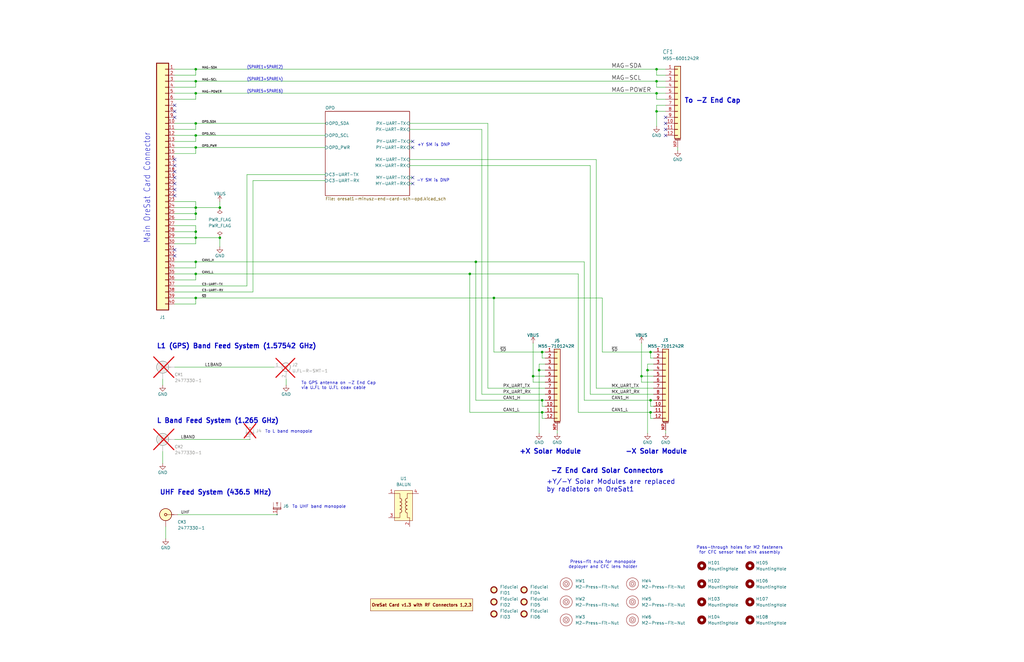
<source format=kicad_sch>
(kicad_sch (version 20250114) (generator "eeschema") (generator_version "9.0")
  (paper "B")
  (title_block (title "OreSat1 -Z End Card") (date "2026-02-18") (rev "v1.3") (company "Portland State Aerospace Society"))
  (lib_symbols
    (symbol "Connector:Conn_Coaxial" (pin_names (offset 1.016) (hide yes))
      (property "Reference" "J" (at 0.254 3.048 0))
      (property "Value" "Conn_Coaxial" (at 2.921 0 90))
      (symbol "Conn_Coaxial_0_1"
        (polyline (pts (xy -2.54 0) (xy -0.508 0)))
        (arc (start 1.778 0) (mid 0.222 -1.8079) (end -1.778 -0.508) (stroke (width 0.254)))
        (arc (start -1.778 0.508) (mid 0.2221 1.8084) (end 1.778 0) (stroke (width 0.254)))
        (circle (center 0 0) (radius 0.508) (stroke (width 0.2032)))
        (polyline (pts (xy 0 -2.54) (xy 0 -1.778)))
      )
      (symbol "Conn_Coaxial_1_1"
        (pin passive line (at -5.08 0 0) (length 2.54) (name "In") (number "1"))
        (pin passive line (at 0 -5.08 90) (length 2.54) (name "Ext") (number "2"))
      )
    )
    (symbol "Connector_Generic_MountingPin:Conn_01x12_MountingPin" (pin_names (offset 1.016) (hide yes))
      (property "Reference" "J" (at 0 15.24 0))
      (property "Value" "Conn_01x12_MountingPin" (at 1.27 -17.78 0))
      (symbol "Conn_01x12_MountingPin_1_1"
        (rectangle (start -1.27 13.97) (end 1.27 -16.51) (stroke (width 0.254)) (fill (type background)))
        (rectangle (start -1.27 12.827) (end 0 12.573) (stroke (width 0.1524)))
        (rectangle (start -1.27 10.287) (end 0 10.033) (stroke (width 0.1524)))
        (rectangle (start -1.27 7.747) (end 0 7.493) (stroke (width 0.1524)))
        (rectangle (start -1.27 5.207) (end 0 4.953) (stroke (width 0.1524)))
        (rectangle (start -1.27 2.667) (end 0 2.413) (stroke (width 0.1524)))
        (rectangle (start -1.27 0.127) (end 0 -0.127) (stroke (width 0.1524)))
        (rectangle (start -1.27 -2.413) (end 0 -2.667) (stroke (width 0.1524)))
        (rectangle (start -1.27 -4.953) (end 0 -5.207) (stroke (width 0.1524)))
        (rectangle (start -1.27 -7.493) (end 0 -7.747) (stroke (width 0.1524)))
        (rectangle (start -1.27 -10.033) (end 0 -10.287) (stroke (width 0.1524)))
        (rectangle (start -1.27 -12.573) (end 0 -12.827) (stroke (width 0.1524)))
        (rectangle (start -1.27 -15.113) (end 0 -15.367) (stroke (width 0.1524)))
        (polyline (pts (xy -1.016 -17.272) (xy 1.016 -17.272)) (stroke (width 0.1524)))
        (text "Mounting" (at 0 -16.891 0) (effects (font (size 0.381 0.381))))
        (pin passive line (at -5.08 12.7 0) (length 3.81) (name "Pin_1") (number "1"))
        (pin passive line (at -5.08 10.16 0) (length 3.81) (name "Pin_2") (number "2"))
        (pin passive line (at -5.08 7.62 0) (length 3.81) (name "Pin_3") (number "3"))
        (pin passive line (at -5.08 5.08 0) (length 3.81) (name "Pin_4") (number "4"))
        (pin passive line (at -5.08 2.54 0) (length 3.81) (name "Pin_5") (number "5"))
        (pin passive line (at -5.08 0 0) (length 3.81) (name "Pin_6") (number "6"))
        (pin passive line (at -5.08 -2.54 0) (length 3.81) (name "Pin_7") (number "7"))
        (pin passive line (at -5.08 -5.08 0) (length 3.81) (name "Pin_8") (number "8"))
        (pin passive line (at -5.08 -7.62 0) (length 3.81) (name "Pin_9") (number "9"))
        (pin passive line (at -5.08 -10.16 0) (length 3.81) (name "Pin_10") (number "10"))
        (pin passive line (at -5.08 -12.7 0) (length 3.81) (name "Pin_11") (number "11"))
        (pin passive line (at -5.08 -15.24 0) (length 3.81) (name "Pin_12") (number "12"))
        (pin passive line (at 0 -20.32 90) (length 3.048) (name "MountPin") (number "MP"))
      )
    )
    (symbol "Mechanical:Fiducial"
      (property "Reference" "FID" (at 0 5.08 0))
      (property "Value" "Fiducial" (at 0 3.175 0))
      (symbol "Fiducial_0_1"
        (circle (center 0 0) (radius 1.27) (stroke (width 0.508)) (fill (type background)))
      )
    )
    (symbol "Mechanical:MountingHole" (pin_names (offset 1.016)) (exclude_from_sim yes) (in_bom no)
      (property "Reference" "H" (at 0 5.08 0))
      (property "Value" "MountingHole" (at 0 3.175 0))
      (symbol "MountingHole_0_1"
        (circle (center 0 0) (radius 1.27) (stroke (width 1.27)))
      )
    )
    (symbol "oresat-connectors:J-MOLEX-SMPM-73300-002X"
      (property "Reference" "J" (at 5.08 -3.81 0))
      (property "Value" "733000020" (at 5.08 -6.35 0))
      (symbol "J-MOLEX-SMPM-73300-002X_1_0"
        (circle (center 0 0) (radius 0.508) (stroke (width 0.254)))
        (circle (center 0 0) (radius 2.54) (stroke (width 0.254)) (fill (type background)))
        (polyline (pts (xy 0.508 0) (xy 3.556 0)) (stroke (width 0.1524)))
        (pin passive line (at 0 -5.08 90) (length 2.54) (name "SHLD") (number "SHLD"))
        (pin passive line (at 5.08 0 180) (length 2.54) (name "SIG") (number "SIG"))
      )
    )
    (symbol "oresat-connectors:J-SAMTEC-TFM-120-01-L-D-RA" (pin_names (hide yes))
      (property "Reference" "J" (at 0 54.61 0))
      (property "Value" "J-SAMTEC-TFM-120-01-L-D-RA" (at 0 52.07 0))
      (symbol "J-SAMTEC-TFM-120-01-L-D-RA_0_1"
        (rectangle (start 2.413 48.387) (end 1.143 48.133) (stroke (width 0.1524)))
        (rectangle (start 2.413 45.847) (end 1.143 45.593) (stroke (width 0.1524)))
        (rectangle (start 2.413 43.307) (end 1.143 43.053) (stroke (width 0.1524)))
        (rectangle (start 2.413 40.767) (end 1.143 40.513) (stroke (width 0.1524)))
        (rectangle (start 2.413 38.227) (end 1.143 37.973) (stroke (width 0.1524)))
        (rectangle (start 2.413 35.687) (end 1.143 35.433) (stroke (width 0.1524)))
        (rectangle (start 2.413 33.147) (end 1.143 32.893) (stroke (width 0.1524)))
        (rectangle (start 2.413 30.607) (end 1.143 30.353) (stroke (width 0.1524)))
        (rectangle (start 2.413 28.067) (end 1.143 27.813) (stroke (width 0.1524)))
        (rectangle (start 2.413 25.527) (end 1.143 25.273) (stroke (width 0.1524)))
        (rectangle (start 2.413 22.987) (end 1.143 22.733) (stroke (width 0.1524)))
        (rectangle (start 2.413 20.447) (end 1.143 20.193) (stroke (width 0.1524)))
        (rectangle (start 2.413 17.907) (end 1.143 17.653) (stroke (width 0.1524)))
        (rectangle (start 2.413 15.367) (end 1.143 15.113) (stroke (width 0.1524)))
        (rectangle (start 2.413 12.827) (end 1.143 12.573) (stroke (width 0.1524)))
        (rectangle (start 2.413 10.287) (end 1.143 10.033) (stroke (width 0.1524)))
        (rectangle (start 2.413 7.747) (end 1.143 7.493) (stroke (width 0.1524)))
        (rectangle (start 2.413 5.207) (end 1.143 4.953) (stroke (width 0.1524)))
        (rectangle (start 2.413 2.667) (end 1.143 2.413) (stroke (width 0.1524)))
        (rectangle (start 2.413 0.127) (end 1.143 -0.127) (stroke (width 0.1524)))
        (rectangle (start 2.413 -2.413) (end 1.143 -2.667) (stroke (width 0.1524)))
        (rectangle (start 2.413 -4.953) (end 1.143 -5.207) (stroke (width 0.1524)))
        (rectangle (start 2.413 -7.493) (end 1.143 -7.747) (stroke (width 0.1524)))
        (rectangle (start 2.413 -10.033) (end 1.143 -10.287) (stroke (width 0.1524)))
        (rectangle (start 2.413 -12.573) (end 1.143 -12.827) (stroke (width 0.1524)))
        (rectangle (start 2.413 -15.113) (end 1.143 -15.367) (stroke (width 0.1524)))
        (rectangle (start 2.413 -17.653) (end 1.143 -17.907) (stroke (width 0.1524)))
        (rectangle (start 2.413 -20.193) (end 1.143 -20.447) (stroke (width 0.1524)))
        (rectangle (start 2.413 -22.733) (end 1.143 -22.987) (stroke (width 0.1524)))
        (rectangle (start 2.413 -25.273) (end 1.143 -25.527) (stroke (width 0.1524)))
        (rectangle (start 2.413 -27.813) (end 1.143 -28.067) (stroke (width 0.1524)))
        (rectangle (start 2.413 -30.353) (end 1.143 -30.607) (stroke (width 0.1524)))
        (rectangle (start 2.413 -32.893) (end 1.143 -33.147) (stroke (width 0.1524)))
        (rectangle (start 2.413 -35.433) (end 1.143 -35.687) (stroke (width 0.1524)))
        (rectangle (start 2.413 -37.973) (end 1.143 -38.227) (stroke (width 0.1524)))
        (rectangle (start 2.413 -40.513) (end 1.143 -40.767) (stroke (width 0.1524)))
        (rectangle (start 2.413 -43.053) (end 1.143 -43.307) (stroke (width 0.1524)))
        (rectangle (start 2.413 -45.593) (end 1.143 -45.847) (stroke (width 0.1524)))
        (rectangle (start 2.413 -48.133) (end 1.143 -48.387) (stroke (width 0.1524)))
        (rectangle (start 2.413 -50.673) (end 1.143 -50.927) (stroke (width 0.1524)))
      )
      (symbol "J-SAMTEC-TFM-120-01-L-D-RA_1_1"
        (rectangle (start -2.54 50.8) (end 2.54 -53.34) (stroke (width 0.4)) (fill (type background)))
        (pin passive line (at 5.08 48.26 180) (length 2.54) (name "") (number "1"))
        (pin passive line (at 5.08 45.72 180) (length 2.54) (name "") (number "2"))
        (pin passive line (at 5.08 43.18 180) (length 2.54) (name "") (number "3"))
        (pin passive line (at 5.08 40.64 180) (length 2.54) (name "") (number "4"))
        (pin passive line (at 5.08 38.1 180) (length 2.54) (name "") (number "5"))
        (pin passive line (at 5.08 35.56 180) (length 2.54) (name "") (number "6"))
        (pin passive line (at 5.08 33.02 180) (length 2.54) (name "") (number "7"))
        (pin passive line (at 5.08 30.48 180) (length 2.54) (name "") (number "8"))
        (pin passive line (at 5.08 27.94 180) (length 2.54) (name "") (number "9"))
        (pin passive line (at 5.08 25.4 180) (length 2.54) (name "") (number "10"))
        (pin passive line (at 5.08 22.86 180) (length 2.54) (name "") (number "11"))
        (pin passive line (at 5.08 20.32 180) (length 2.54) (name "") (number "12"))
        (pin passive line (at 5.08 17.78 180) (length 2.54) (name "") (number "13"))
        (pin passive line (at 5.08 15.24 180) (length 2.54) (name "") (number "14"))
        (pin passive line (at 5.08 12.7 180) (length 2.54) (name "") (number "15"))
        (pin passive line (at 5.08 10.16 180) (length 2.54) (name "") (number "16"))
        (pin passive line (at 5.08 7.62 180) (length 2.54) (name "") (number "17"))
        (pin passive line (at 5.08 5.08 180) (length 2.54) (name "") (number "18"))
        (pin passive line (at 5.08 2.54 180) (length 2.54) (name "") (number "19"))
        (pin passive line (at 5.08 0 180) (length 2.54) (name "") (number "20"))
        (pin passive line (at 5.08 -2.54 180) (length 2.54) (name "") (number "21"))
        (pin passive line (at 5.08 -5.08 180) (length 2.54) (name "") (number "22"))
        (pin passive line (at 5.08 -7.62 180) (length 2.54) (name "") (number "23"))
        (pin passive line (at 5.08 -10.16 180) (length 2.54) (name "") (number "24"))
        (pin passive line (at 5.08 -12.7 180) (length 2.54) (name "") (number "25"))
        (pin passive line (at 5.08 -15.24 180) (length 2.54) (name "") (number "26"))
        (pin passive line (at 5.08 -17.78 180) (length 2.54) (name "") (number "27"))
        (pin passive line (at 5.08 -20.32 180) (length 2.54) (name "") (number "28"))
        (pin passive line (at 5.08 -22.86 180) (length 2.54) (name "") (number "29"))
        (pin passive line (at 5.08 -25.4 180) (length 2.54) (name "") (number "30"))
        (pin passive line (at 5.08 -27.94 180) (length 2.54) (name "") (number "31"))
        (pin passive line (at 5.08 -30.48 180) (length 2.54) (name "") (number "32"))
        (pin passive line (at 5.08 -33.02 180) (length 2.54) (name "") (number "33"))
        (pin passive line (at 5.08 -35.56 180) (length 2.54) (name "") (number "34"))
        (pin passive line (at 5.08 -38.1 180) (length 2.54) (name "") (number "35"))
        (pin passive line (at 5.08 -40.64 180) (length 2.54) (name "") (number "36"))
        (pin passive line (at 5.08 -43.18 180) (length 2.54) (name "") (number "37"))
        (pin passive line (at 5.08 -45.72 180) (length 2.54) (name "") (number "38"))
        (pin passive line (at 5.08 -48.26 180) (length 2.54) (name "") (number "39"))
        (pin passive line (at 5.08 -50.8 180) (length 2.54) (name "") (number "40"))
      )
    )
    (symbol "oresat-misc:M2-Press-Fit-Nut" (pin_numbers (hide yes)) (pin_names (offset 0) (hide yes))
      (property "Reference" "HW" (at 4.445 1.27 0))
      (property "Value" "M2-Press-Fit-Nut" (at 12.065 -1.27 0))
      (symbol "M2-Press-Fit-Nut_0_1"
        (circle (center 0 0) (radius 0.635))
        (circle (center 0 0) (radius 1.27))
        (circle (center 0 0) (radius 2.54))
      )
    )
    (symbol "oresat-misc:tape-measure-antenna"
      (property "Reference" "J" (at 1.27 0 0))
      (symbol "tape-measure-antenna_0_1"
        (polyline (pts (xy -1.524 4.826) (xy -1.524 5.08)))
        (polyline (pts (xy -1.524 4.318) (xy -1.524 4.572)))
        (polyline (pts (xy -1.524 3.81) (xy -1.524 4.064)))
        (polyline (pts (xy -1.524 2.54) (xy -1.524 3.556)))
        (polyline (pts (xy -1.524 2.159) (xy 1.524 2.159)))
        (arc (start -1.524 2.159) (mid -1.6814 2.54) (end -1.524 2.921))
        (polyline (pts (xy 0 3.556) (xy 0 4.445) (xy 0.381 5.08) (xy -0.381 5.08) (xy 0 4.445)))
        (arc (start 1.524 2.921) (mid 1.6812 2.54) (end 1.524 2.159))
        (polyline (pts (xy 1.524 4.826) (xy 1.524 5.08)))
        (polyline (pts (xy 1.524 4.318) (xy 1.524 4.572)))
        (polyline (pts (xy 1.524 3.81) (xy 1.524 4.064)))
        (polyline (pts (xy 1.524 2.921) (xy -1.524 2.921)))
        (polyline (pts (xy 1.524 2.54) (xy -1.524 2.54)))
        (polyline (pts (xy 1.524 2.54) (xy 1.524 3.556)))
      )
      (symbol "tape-measure-antenna_1_1"
        (pin passive line (at 0 0 90) (length 2.54) (name "") (number "1"))
      )
    )
    (symbol "oresat-passives:Balun"
      (property "Reference" "U" (at 0 10.16 0))
      (property "Value" "BALUN" (at 0 8.128 0))
      (symbol "Balun_1_1"
        (polyline (pts (xy -3.81 -5.08) (xy -1.524 -5.08) (xy -1.524 -3.048)) (stroke (width 0.1524)))
        (arc (start -1.524 3.048) (mid -0.7653 2.286) (end -1.524 1.524) (stroke (width 0.2032)))
        (arc (start -1.524 1.524) (mid -0.7653 0.762) (end -1.524 0) (stroke (width 0.2032)))
        (arc (start -1.524 0) (mid -0.7653 -0.762) (end -1.524 -1.524) (stroke (width 0.2032)))
        (arc (start -1.524 -1.524) (mid -0.7653 -2.286) (end -1.524 -3.048) (stroke (width 0.2032)))
        (polyline (pts (xy -1.524 3.048) (xy -1.524 5.08) (xy -3.81 5.08)) (stroke (width 0.1524)))
        (polyline (pts (xy 1.524 -3.048) (xy 1.524 -5.08) (xy 2.54 -5.08) (xy 2.54 -6.35)) (stroke (width 0.1524)))
        (arc (start 1.524 1.524) (mid 0.7653 2.286) (end 1.524 3.048) (stroke (width 0.2032)))
        (arc (start 1.524 0) (mid 0.7653 0.762) (end 1.524 1.524) (stroke (width 0.2032)))
        (arc (start 1.524 -1.524) (mid 0.7653 -0.762) (end 1.524 0) (stroke (width 0.2032)))
        (arc (start 1.524 -3.048) (mid 0.7653 -2.286) (end 1.524 -1.524) (stroke (width 0.2032)))
        (rectangle (start 3.81 6.35) (end -3.81 -6.35) (fill (type background)))
        (polyline (pts (xy 3.81 5.08) (xy 1.524 5.08) (xy 1.524 3.048)) (stroke (width 0.1524)))
        (pin passive line (at -6.35 5.08 0) (length 2.54) (name "~") (number "1"))
        (pin passive line (at -6.35 -5.08 0) (length 2.54) (name "~") (number "3"))
        (pin no_connect line (at -2.54 -8.89 90) (length 2.54) (hide yes) (name "NC") (number "5"))
        (pin power_in line (at 2.54 -8.89 90) (length 2.54) (name "GND") (number "2"))
        (pin power_in line (at 2.54 -8.89 90) (length 2.54) (hide yes) (name "GND") (number "6"))
        (pin passive line (at 6.35 5.08 180) (length 2.54) (name "~") (number "4"))
      )
    )
    (symbol "oresat-pcbs:ORESAT-CARD-V1.3-3RF"
      (symbol "ORESAT-CARD-V1.3-3RF_1_0"
        (rectangle (start -21.59 2.54) (end 21.59 -2.54) (fill (type background)))
      )
      (symbol "ORESAT-CARD-V1.3-3RF_1_1"
        (text "OreSat Card v1.3 with RF Connectors 1,2,3" (at 0 0 0) (effects (font (size 1.27 1.27) (bold yes))))
      )
    )
    (symbol "power:GND" (power) (pin_numbers (hide yes)) (pin_names (offset 0) (hide yes))
      (property "Value" "GND" (at 0 -3.81 0))
      (symbol "GND_0_1"
        (polyline (pts (xy 0 0) (xy 0 -1.27) (xy 1.27 -1.27) (xy 0 -2.54) (xy -1.27 -1.27) (xy 0 -1.27)))
      )
      (symbol "GND_1_1"
        (pin power_in line (at 0 0 270) (length 0) (name "~") (number "1"))
      )
    )
    (symbol "power:PWR_FLAG" (power) (pin_numbers (hide yes)) (pin_names (offset 0) (hide yes))
      (property "Value" "PWR_FLAG" (at 0 3.81 0))
      (symbol "PWR_FLAG_0_0"
        (pin power_out line (at 0 0 90) (length 0) (name "~") (number "1"))
      )
      (symbol "PWR_FLAG_0_1"
        (polyline (pts (xy 0 0) (xy 0 1.27) (xy -1.016 1.905) (xy 0 2.54) (xy 1.016 1.905) (xy 0 1.27)))
      )
    )
    (symbol "power:VBUS" (power) (pin_numbers (hide yes)) (pin_names (offset 0) (hide yes))
      (property "Value" "VBUS" (at 0 3.556 0))
      (symbol "VBUS_0_1"
        (polyline (pts (xy -0.762 1.27) (xy 0 2.54)))
        (polyline (pts (xy 0 2.54) (xy 0.762 1.27)))
        (polyline (pts (xy 0 0) (xy 0 2.54)))
      )
      (symbol "VBUS_1_1"
        (pin power_in line (at 0 0 90) (length 0) (name "~") (number "1"))
      )
    )
  )
  (text "(SPARE5+SPARE6)" (at 104.14 39.37 0) (effects (font (size 1.27 1.0795)) (justify left bottom)))
  (text "(SPARE3+SPARE4)" (at 104.14 34.29 0) (effects (font (size 1.27 1.0795)) (justify left bottom)))
  (text "-Z End Card Solar Connectors" (at 232.156 199.898 0) (effects (font (size 2 2) (thickness 0.4) (bold yes)) (justify left bottom)))
  (text "Pass-through holes for M2 fasteners\nfor CFC sensor heat sink assembly" (at 311.912 232.156 0) (effects (font (size 1.27 1.27))))
  (text "+Y SM is DNP" (at 182.88 61.214 0) (effects (font (size 1.27 1.27) (thickness 0.1588))))
  (text "To L band monopole" (at 111.76 182.88 0) (effects (font (size 1.27 1.27)) (justify left bottom)))
  (text "+Y/-Y Solar Modules are replaced\nby radiators on OreSat1" (at 230.378 207.772 0) (effects (font (size 2 2) (thickness 0.25)) (justify left bottom)))
  (text "+X Solar Module" (at 218.948 191.77 0) (effects (font (size 2 2) (thickness 0.4) (bold yes)) (justify left bottom)))
  (text "Main OreSat Card Connector" (at 63.5 55.88 90) (effects (font (size 2.54 2.159)) (justify right bottom)))
  (text "Press-fit nuts for monopole\ndeployer and CFC lens holder" (at 254.254 238.252 0) (effects (font (size 1.27 1.27))))
  (text "To UHF band monopole" (at 123.19 214.63 0) (effects (font (size 1.27 1.27)) (justify left bottom)))
  (text "(SPARE1+SPARE2)" (at 104.14 29.21 0) (effects (font (size 1.27 1.0795)) (justify left bottom)))
  (text "UHF Feed System (436.5 MHz)" (at 67.31 209.042 0) (effects (font (size 2 2) (thickness 0.4) (bold yes)) (justify left bottom)))
  (text "L1 (GPS) Band Feed System (1.57542 GHz)" (at 66.04 147.32 0) (effects (font (size 2 2) (thickness 0.4) (bold yes)) (justify left bottom)))
  (text "To -Z End Cap" (at 288.544 43.688 0) (effects (font (size 2 2) (thickness 0.4) (bold yes)) (justify left bottom)))
  (text "To GPS antenna on -Z End Cap \nvia U.FL to U.FL coax cable" (at 127 164.465 0) (effects (font (size 1.27 1.27)) (justify left bottom)))
  (text "-Y SM is DNP" (at 182.626 76.2 0) (effects (font (size 1.27 1.27) (thickness 0.1588))))
  (text "L Band Feed System (1.265 GHz)" (at 66.04 178.816 0) (effects (font (size 2 2) (thickness 0.4) (bold yes)) (justify left bottom)))
  (text "-X Solar Module" (at 263.652 191.77 0) (effects (font (size 2 2) (thickness 0.4) (bold yes)) (justify left bottom)))
  (junction (at 82.55 90.17))
  (junction (at 276.86 39.37))
  (junction (at 82.55 52.07))
  (junction (at 227.33 156.21))
  (junction (at 82.55 100.33))
  (junction (at 224.79 158.75))
  (junction (at 276.86 46.99))
  (junction (at 82.55 87.63))
  (junction (at 82.55 29.21))
  (junction (at 82.55 115.57))
  (junction (at 274.32 173.99))
  (junction (at 82.55 125.73))
  (junction (at 82.55 57.15))
  (junction (at 228.6 168.91))
  (junction (at 276.86 34.29))
  (junction (at 82.55 62.23))
  (junction (at 228.6 173.99))
  (junction (at 228.6 148.59))
  (junction (at 274.32 168.91))
  (junction (at 92.71 87.63))
  (junction (at 82.55 110.49))
  (junction (at 198.12 115.57))
  (junction (at 273.05 156.21))
  (junction (at 270.51 158.75))
  (junction (at 82.55 34.29))
  (junction (at 208.28 125.73))
  (junction (at 92.71 100.33))
  (junction (at 200.66 110.49))
  (junction (at 82.55 39.37))
  (junction (at 82.55 97.79))
  (junction (at 276.86 29.21))
  (junction (at 274.32 148.59))
  (no_connect (at 173.99 74.93))
  (no_connect (at 73.66 80.01))
  (no_connect (at 73.66 74.93))
  (no_connect (at 73.66 82.55))
  (no_connect (at 280.67 57.15))
  (no_connect (at 73.66 77.47))
  (no_connect (at 173.99 59.69))
  (no_connect (at 73.66 107.95))
  (no_connect (at 73.66 69.85))
  (no_connect (at 280.67 52.07))
  (no_connect (at 73.66 72.39))
  (no_connect (at 280.67 49.53))
  (no_connect (at 73.66 67.31))
  (no_connect (at 73.66 46.99))
  (no_connect (at 73.66 105.41))
  (no_connect (at 280.67 54.61))
  (no_connect (at 173.99 62.23))
  (no_connect (at 73.66 49.53))
  (no_connect (at 173.99 77.47))
  (no_connect (at 73.66 44.45))
  (wire (pts (xy 248.92 69.85) (xy 172.72 69.85)))
  (wire (pts (xy 276.86 31.75) (xy 280.67 31.75)))
  (wire (pts (xy 73.66 102.87) (xy 82.55 102.87)))
  (wire (pts (xy 227.33 156.21) (xy 227.33 182.88)))
  (wire (pts (xy 198.12 173.99) (xy 198.12 115.57)))
  (wire (pts (xy 200.66 168.91) (xy 228.6 168.91)))
  (wire (pts (xy 73.66 113.03) (xy 82.55 113.03)))
  (wire (pts (xy 280.67 29.21) (xy 276.86 29.21)))
  (wire (pts (xy 275.59 173.99) (xy 274.32 173.99)))
  (wire (pts (xy 104.14 73.66) (xy 137.16 73.66)))
  (wire (pts (xy 172.72 77.47) (xy 173.99 77.47)))
  (wire (pts (xy 229.87 161.29) (xy 224.79 161.29)))
  (wire (pts (xy 73.66 154.94) (xy 115.57 154.94)))
  (wire (pts (xy 172.72 67.31) (xy 251.46 67.31)))
  (wire (pts (xy 280.67 34.29) (xy 276.86 34.29)))
  (wire (pts (xy 73.66 125.73) (xy 82.55 125.73)))
  (wire (pts (xy 82.55 102.87) (xy 82.55 100.33)))
  (wire (pts (xy 227.33 153.67) (xy 227.33 156.21)))
  (wire (pts (xy 82.55 128.27) (xy 82.55 125.73)))
  (wire (pts (xy 73.66 41.91) (xy 82.55 41.91)))
  (wire (pts (xy 273.05 153.67) (xy 273.05 156.21)))
  (wire (pts (xy 280.67 181.61) (xy 280.67 182.88)))
  (wire (pts (xy 243.84 173.99) (xy 243.84 115.57)))
  (wire (pts (xy 273.05 153.67) (xy 275.59 153.67)))
  (wire (pts (xy 172.72 62.23) (xy 173.99 62.23)))
  (wire (pts (xy 203.2 166.37) (xy 229.87 166.37)))
  (wire (pts (xy 172.72 74.93) (xy 173.99 74.93)))
  (wire (pts (xy 203.2 54.61) (xy 172.72 54.61)))
  (wire (pts (xy 82.55 97.79) (xy 82.55 95.25)))
  (wire (pts (xy 73.66 62.23) (xy 82.55 62.23)))
  (wire (pts (xy 274.32 168.91) (xy 274.32 171.45)))
  (wire (pts (xy 227.33 156.21) (xy 229.87 156.21)))
  (wire (pts (xy 106.68 123.19) (xy 106.68 76.2)))
  (wire (pts (xy 270.51 158.75) (xy 275.59 158.75)))
  (wire (pts (xy 276.86 44.45) (xy 276.86 46.99)))
  (wire (pts (xy 74.93 217.17) (xy 116.84 217.17)))
  (wire (pts (xy 228.6 148.59) (xy 229.87 148.59)))
  (wire (pts (xy 73.66 95.25) (xy 82.55 95.25)))
  (wire (pts (xy 68.58 190.5) (xy 68.58 195.58)))
  (wire (pts (xy 73.66 87.63) (xy 82.55 87.63)))
  (wire (pts (xy 92.71 100.33) (xy 92.71 104.14)))
  (wire (pts (xy 82.55 52.07) (xy 137.16 52.07)))
  (wire (pts (xy 275.59 151.13) (xy 274.32 151.13)))
  (wire (pts (xy 203.2 54.61) (xy 203.2 166.37)))
  (wire (pts (xy 205.74 52.07) (xy 172.72 52.07)))
  (wire (pts (xy 198.12 115.57) (xy 82.55 115.57)))
  (wire (pts (xy 276.86 41.91) (xy 280.67 41.91)))
  (wire (pts (xy 276.86 29.21) (xy 276.86 31.75)))
  (wire (pts (xy 69.85 222.25) (xy 69.85 227.33)))
  (wire (pts (xy 82.55 87.63) (xy 82.55 85.09)))
  (wire (pts (xy 274.32 148.59) (xy 254 148.59)))
  (wire (pts (xy 254 125.73) (xy 254 148.59)))
  (wire (pts (xy 73.66 115.57) (xy 82.55 115.57)))
  (wire (pts (xy 274.32 171.45) (xy 275.59 171.45)))
  (wire (pts (xy 106.68 76.2) (xy 137.16 76.2)))
  (wire (pts (xy 73.66 110.49) (xy 82.55 110.49)))
  (wire (pts (xy 82.55 62.23) (xy 82.55 64.77)))
  (wire (pts (xy 82.55 90.17) (xy 82.55 87.63)))
  (wire (pts (xy 228.6 168.91) (xy 229.87 168.91)))
  (wire (pts (xy 92.71 85.09) (xy 92.71 87.63)))
  (wire (pts (xy 270.51 161.29) (xy 270.51 158.75)))
  (wire (pts (xy 73.66 36.83) (xy 82.55 36.83)))
  (wire (pts (xy 274.32 176.53) (xy 275.59 176.53)))
  (wire (pts (xy 73.66 31.75) (xy 82.55 31.75)))
  (wire (pts (xy 275.59 168.91) (xy 274.32 168.91)))
  (wire (pts (xy 251.46 67.31) (xy 251.46 163.83)))
  (wire (pts (xy 82.55 62.23) (xy 137.16 62.23)))
  (wire (pts (xy 208.28 148.59) (xy 228.6 148.59)))
  (wire (pts (xy 82.55 36.83) (xy 82.55 34.29)))
  (wire (pts (xy 82.55 52.07) (xy 82.55 54.61)))
  (wire (pts (xy 82.55 97.79) (xy 82.55 100.33)))
  (wire (pts (xy 285.75 62.23) (xy 285.75 63.5)))
  (wire (pts (xy 104.14 120.65) (xy 104.14 73.66)))
  (wire (pts (xy 82.55 31.75) (xy 82.55 29.21)))
  (wire (pts (xy 73.66 59.69) (xy 82.55 59.69)))
  (wire (pts (xy 73.66 52.07) (xy 82.55 52.07)))
  (wire (pts (xy 274.32 148.59) (xy 275.59 148.59)))
  (wire (pts (xy 82.55 57.15) (xy 82.55 59.69)))
  (wire (pts (xy 82.55 125.73) (xy 208.28 125.73)))
  (wire (pts (xy 251.46 163.83) (xy 275.59 163.83)))
  (wire (pts (xy 82.55 54.61) (xy 73.66 54.61)))
  (wire (pts (xy 82.55 29.21) (xy 276.86 29.21)))
  (wire (pts (xy 198.12 173.99) (xy 228.6 173.99)))
  (wire (pts (xy 208.28 125.73) (xy 208.28 148.59)))
  (wire (pts (xy 73.66 100.33) (xy 82.55 100.33)))
  (wire (pts (xy 224.79 144.78) (xy 224.79 158.75)))
  (wire (pts (xy 73.66 85.09) (xy 82.55 85.09)))
  (wire (pts (xy 73.66 90.17) (xy 82.55 90.17)))
  (wire (pts (xy 82.55 41.91) (xy 82.55 39.37)))
  (wire (pts (xy 274.32 173.99) (xy 274.32 176.53)))
  (wire (pts (xy 248.92 69.85) (xy 248.92 166.37)))
  (wire (pts (xy 82.55 110.49) (xy 200.66 110.49)))
  (wire (pts (xy 200.66 110.49) (xy 246.38 110.49)))
  (wire (pts (xy 73.66 185.42) (xy 105.41 185.42)))
  (wire (pts (xy 82.55 92.71) (xy 82.55 90.17)))
  (wire (pts (xy 73.66 97.79) (xy 82.55 97.79)))
  (wire (pts (xy 234.95 181.61) (xy 234.95 182.88)))
  (wire (pts (xy 205.74 163.83) (xy 229.87 163.83)))
  (wire (pts (xy 68.58 160.02) (xy 68.58 162.56)))
  (wire (pts (xy 228.6 171.45) (xy 228.6 168.91)))
  (wire (pts (xy 73.66 64.77) (xy 82.55 64.77)))
  (wire (pts (xy 243.84 173.99) (xy 274.32 173.99)))
  (wire (pts (xy 246.38 168.91) (xy 246.38 110.49)))
  (wire (pts (xy 248.92 166.37) (xy 275.59 166.37)))
  (wire (pts (xy 82.55 57.15) (xy 137.16 57.15)))
  (wire (pts (xy 224.79 161.29) (xy 224.79 158.75)))
  (wire (pts (xy 228.6 173.99) (xy 229.87 173.99)))
  (wire (pts (xy 73.66 29.21) (xy 82.55 29.21)))
  (wire (pts (xy 280.67 44.45) (xy 276.86 44.45)))
  (wire (pts (xy 73.66 57.15) (xy 82.55 57.15)))
  (wire (pts (xy 205.74 52.07) (xy 205.74 163.83)))
  (wire (pts (xy 198.12 115.57) (xy 243.84 115.57)))
  (wire (pts (xy 73.66 128.27) (xy 82.55 128.27)))
  (wire (pts (xy 229.87 176.53) (xy 228.6 176.53)))
  (wire (pts (xy 229.87 171.45) (xy 228.6 171.45)))
  (wire (pts (xy 246.38 168.91) (xy 274.32 168.91)))
  (wire (pts (xy 200.66 168.91) (xy 200.66 110.49)))
  (wire (pts (xy 274.32 151.13) (xy 274.32 148.59)))
  (wire (pts (xy 82.55 87.63) (xy 92.71 87.63)))
  (wire (pts (xy 73.66 118.11) (xy 82.55 118.11)))
  (wire (pts (xy 275.59 161.29) (xy 270.51 161.29)))
  (wire (pts (xy 276.86 39.37) (xy 276.86 41.91)))
  (wire (pts (xy 73.66 34.29) (xy 82.55 34.29)))
  (wire (pts (xy 280.67 39.37) (xy 276.86 39.37)))
  (wire (pts (xy 73.66 123.19) (xy 106.68 123.19)))
  (wire (pts (xy 208.28 125.73) (xy 254 125.73)))
  (wire (pts (xy 224.79 158.75) (xy 229.87 158.75)))
  (wire (pts (xy 73.66 92.71) (xy 82.55 92.71)))
  (wire (pts (xy 82.55 118.11) (xy 82.55 115.57)))
  (wire (pts (xy 276.86 34.29) (xy 276.86 36.83)))
  (wire (pts (xy 270.51 144.78) (xy 270.51 158.75)))
  (wire (pts (xy 276.86 36.83) (xy 280.67 36.83)))
  (wire (pts (xy 229.87 153.67) (xy 227.33 153.67)))
  (wire (pts (xy 172.72 59.69) (xy 173.99 59.69)))
  (wire (pts (xy 73.66 39.37) (xy 82.55 39.37)))
  (wire (pts (xy 82.55 113.03) (xy 82.55 110.49)))
  (wire (pts (xy 229.87 151.13) (xy 228.6 151.13)))
  (wire (pts (xy 276.86 46.99) (xy 276.86 53.34)))
  (wire (pts (xy 73.66 120.65) (xy 104.14 120.65)))
  (wire (pts (xy 82.55 39.37) (xy 276.86 39.37)))
  (wire (pts (xy 120.65 160.02) (xy 120.65 162.56)))
  (wire (pts (xy 82.55 100.33) (xy 92.71 100.33)))
  (wire (pts (xy 276.86 46.99) (xy 280.67 46.99)))
  (wire (pts (xy 228.6 176.53) (xy 228.6 173.99)))
  (wire (pts (xy 82.55 34.29) (xy 276.86 34.29)))
  (wire (pts (xy 273.05 156.21) (xy 273.05 182.88)))
  (wire (pts (xy 228.6 151.13) (xy 228.6 148.59)))
  (wire (pts (xy 273.05 156.21) (xy 275.59 156.21)))
  (label "MAG-POWER" (at 85.09 39.37 0) (effects (font (size 0.889 0.889))))
  (label "CAN1_H" (at 85.09 110.49 0) (effects (font (size 0.889 0.889))))
  (label "~{SD}" (at 257.81 148.59 0) (effects (font (thickness 0.1588))))
  (label "MAG-SCL" (at 85.09 34.29 0) (effects (font (size 0.889 0.889))))
  (label "~{SD}" (at 85.09 125.73 0) (effects (font (size 0.889 0.889))))
  (label "MAG-POWER" (at 257.81 39.37 0) (effects (font (size 1.778 1.778))))
  (label "PX_UART_TX" (at 212.09 163.83 0) (effects (font (thickness 0.1588))))
  (label "OPD_SDA" (at 85.09 52.07 0) (effects (font (size 0.889 0.889))))
  (label "C3-UART-RX" (at 85.09 123.19 0) (effects (font (size 0.889 0.889))))
  (label "UHF" (at 76.2 217.17 0) (effects (font (size 1.2446 1.2446))))
  (label "CAN1_L" (at 257.81 173.99 0) (effects (font (thickness 0.1588))))
  (label "CAN1_L" (at 85.09 115.57 0) (effects (font (size 0.889 0.889))))
  (label "PX_UART_RX" (at 212.09 166.37 0) (effects (font (thickness 0.1588))))
  (label "OPD_SCL" (at 85.09 57.15 0) (effects (font (size 0.889 0.889))))
  (label "MAG-SDA" (at 85.09 29.21 0) (effects (font (size 0.889 0.889))))
  (label "C3-UART-TX" (at 85.09 120.65 0) (effects (font (size 0.889 0.889))))
  (label "CAN1_H" (at 257.81 168.91 0) (effects (font (thickness 0.1588))))
  (label "MX_UART_RX" (at 257.81 166.37 0) (effects (font (thickness 0.1588))))
  (label "~{SD}" (at 210.82 148.59 0) (effects (font (thickness 0.1588))))
  (label "OPD_PWR" (at 85.09 62.23 0) (effects (font (size 0.889 0.889))))
  (label "CAN1_H" (at 212.09 168.91 0) (effects (font (thickness 0.1588))))
  (label "MAG-SDA" (at 257.81 29.21 0) (effects (font (size 1.778 1.778))))
  (label "CAN1_L" (at 212.09 173.99 0) (effects (font (thickness 0.1588))))
  (label "L1BAND" (at 86.36 154.94 0) (effects (font (size 1.2446 1.2446))))
  (label "MAG-SCL" (at 257.81 34.29 0) (effects (font (size 1.778 1.778))))
  (label "LBAND" (at 76.2 185.42 0) (effects (font (size 1.2446 1.2446))))
  (label "MX_UART_TX" (at 257.81 163.83 0) (effects (font (thickness 0.1588))))
  (symbol (lib_id "power:GND") (at 234.95 182.88 0) (mirror y) (unit 1)
    (property "Reference" "#PWR4" (effects (hide yes)))
    (property "Value" "GND" (at 234.95 186.69 0))
    (property "Description" "Power symbol creates a global label with name \"GND\" , ground" (effects (hide yes)))
  )
  (symbol (lib_id "power:GND") (at 92.71 104.14 0) (mirror y) (unit 1)
    (property "Reference" "#PWR1" (effects (hide yes)))
    (property "Value" "GND" (at 92.71 107.95 0))
    (property "Description" "Power symbol creates a global label with name \"GND\" , ground" (effects (hide yes)))
  )
  (symbol (lib_id "power:VBUS") (at 224.79 144.78 0) (unit 1)
    (property "Reference" "#PWR0103" (effects (hide yes)))
    (property "Value" "VBUS" (at 224.79 141.478 0))
    (property "Description" "Power symbol creates a global label with name \"VBUS\"" (effects (hide yes)))
  )
  (symbol (lib_id "Connector_Generic_MountingPin:Conn_01x12_MountingPin") (at 234.95 161.29 0) (unit 1)
    (property "Reference" "J5" (at 233.68 144.526 0) (effects (justify left bottom)))
    (property "Value" "M55-7101242R" (at 226.822 146.812 0) (effects (justify left bottom)))
    (property "Footprint" "oresat-connectors:J-Harwin-M55-7101242R" (effects (hide yes)))
    (property "Datasheet" "https://content.harwin.com/m/2cac2cb517718988/original/PD010-Product-Datasheet-KONTROL-M55-range-BBi.pdf" (effects (hide yes)))
    (property "Description" "Connector Header Surface Mount, Right Angle 12 position 0.050\" (1.27mm)" (effects (hide yes)))
    (property "DIS" "DigiKey" (effects (hide yes)))
    (property "DPN" "952-3891-1-ND" (effects (hide yes)))
    (property "MFR" "Harwin" (effects (hide yes)))
    (property "MPN" "M55-7101242R" (effects (hide yes)))
  )
  (symbol (lib_id "oresat-pcbs:ORESAT-CARD-V1.3-3RF") (at 177.8 255.27 0) (unit 1) (in_bom no)
    (property "Reference" "PCB1" (effects (hide yes)))
    (property "Value" "ORESAT-CARD-V1.3-GENERIC-3RF" (effects (hide yes)))
    (property "Footprint" "oresat-pcbs:ORESAT-CARD-V1.3-3RF" (effects (hide yes)))
  )
  (symbol (lib_id "power:GND") (at 68.58 162.56 0) (unit 1)
    (property "Reference" "#PWR10" (effects (hide yes)))
    (property "Value" "GND" (at 68.58 166.37 0))
    (property "Description" "Power symbol creates a global label with name \"GND\" , ground" (effects (hide yes)))
  )
  (symbol (lib_id "power:GND") (at 227.33 182.88 0) (mirror y) (unit 1)
    (property "Reference" "#PWR102" (effects (hide yes)))
    (property "Value" "GND" (at 227.33 186.69 0))
    (property "Description" "Power symbol creates a global label with name \"GND\" , ground" (effects (hide yes)))
  )
  (symbol (lib_id "oresat-misc:M2-Press-Fit-Nut") (at 238.76 261.62 0) (unit 1)
    (property "Reference" "HW3" (at 242.57 260.3499 0) (effects (justify left)))
    (property "Value" "M2-Press-Fit-Nut" (at 242.57 262.8899 0) (effects (justify left)))
    (property "Footprint" "oresat-misc:M2-Press-Fit-Nut" (effects (hide yes)))
    (property "Datasheet" "https://www.mcmaster.com/94100A150/" (effects (hide yes)))
    (property "Description" "M2x0.4 thread 18-8 Stainless Steel Press-Fit Nut for Soft Metal and Plastic" (effects (hide yes)))
    (property "DIS" "McMaster-Carr" (effects (hide yes)))
    (property "DPN" "94100A150" (effects (hide yes)))
    (property "MFR" "N/A" (effects (hide yes)))
    (property "MPN" "N/A" (effects (hide yes)))
  )
  (symbol (lib_id "Mechanical:MountingHole") (at 316.23 254 0) (unit 1) (in_bom no)
    (property "Reference" "H107" (at 318.77 252.7299 0) (effects (justify left)))
    (property "Value" "MountingHole" (at 318.77 255.2699 0) (effects (justify left)))
    (property "Footprint" "MountingHole:MountingHole_5mm" (effects (hide yes)))
    (property "Description" "Mounting Hole without connection" (effects (hide yes)))
  )
  (symbol (lib_id "Mechanical:Fiducial") (at 208.28 259.08 0) (unit 1) (in_bom no)
    (property "Reference" "FID3" (at 210.82 260.35 0) (effects (justify left)))
    (property "Value" "Fiducial" (at 210.82 257.81 0) (effects (justify left)))
    (property "Footprint" "Fiducial:Fiducial_1mm_Mask2mm" (effects (hide yes)))
  )
  (symbol (lib_id "Mechanical:Fiducial") (at 208.28 248.92 0) (unit 1) (in_bom no)
    (property "Reference" "FID1" (at 210.82 250.19 0) (effects (justify left)))
    (property "Value" "Fiducial" (at 210.82 247.65 0) (effects (justify left)))
    (property "Footprint" "Fiducial:Fiducial_1mm_Mask2mm" (effects (hide yes)))
  )
  (symbol (lib_id "power:GND") (at 69.85 227.33 0) (unit 1)
    (property "Reference" "#PWR8" (effects (hide yes)))
    (property "Value" "GND" (at 69.85 231.14 0))
    (property "Description" "Power symbol creates a global label with name \"GND\" , ground" (effects (hide yes)))
  )
  (symbol (lib_id "Mechanical:Fiducial") (at 220.98 259.08 0) (unit 1) (in_bom no)
    (property "Reference" "FID6" (at 223.52 260.35 0) (effects (justify left)))
    (property "Value" "Fiducial" (at 223.52 257.81 0) (effects (justify left)))
    (property "Footprint" "Fiducial:Fiducial_1mm_Mask2mm" (effects (hide yes)))
  )
  (symbol (lib_id "power:VBUS") (at 270.51 144.78 0) (unit 1)
    (property "Reference" "#PWR0102" (effects (hide yes)))
    (property "Value" "VBUS" (at 270.51 141.478 0))
    (property "Description" "Power symbol creates a global label with name \"VBUS\"" (effects (hide yes)))
  )
  (symbol (lib_id "Mechanical:MountingHole") (at 316.23 261.62 0) (unit 1) (in_bom no)
    (property "Reference" "H108" (at 318.77 260.3499 0) (effects (justify left)))
    (property "Value" "MountingHole" (at 318.77 262.8899 0) (effects (justify left)))
    (property "Footprint" "MountingHole:MountingHole_5mm" (effects (hide yes)))
    (property "Description" "Mounting Hole without connection" (effects (hide yes)))
  )
  (symbol (lib_id "oresat-misc:M2-Press-Fit-Nut") (at 238.76 254 0) (unit 1)
    (property "Reference" "HW2" (at 242.57 252.7299 0) (effects (justify left)))
    (property "Value" "M2-Press-Fit-Nut" (at 242.57 255.2699 0) (effects (justify left)))
    (property "Footprint" "oresat-misc:M2-Press-Fit-Nut" (effects (hide yes)))
    (property "Datasheet" "https://www.mcmaster.com/94100A150/" (effects (hide yes)))
    (property "Description" "M2x0.4 thread 18-8 Stainless Steel Press-Fit Nut for Soft Metal and Plastic" (effects (hide yes)))
    (property "DIS" "McMaster-Carr" (effects (hide yes)))
    (property "DPN" "94100A150" (effects (hide yes)))
    (property "MFR" "N/A" (effects (hide yes)))
    (property "MPN" "N/A" (effects (hide yes)))
  )
  (symbol (lib_id "Connector_Generic_MountingPin:Conn_01x12_MountingPin") (at 285.75 41.91 0) (unit 1)
    (property "Reference" "CF1" (at 279.4 22.86 0) (effects (font (size 1.778 1.5113)) (justify left bottom)))
    (property "Value" "M55-6001242R" (at 279.4 25.4 0) (effects (justify left bottom)))
    (property "Footprint" "oresat-connectors:J-Harwin-M55-60X1242R" (effects (hide yes)))
    (property "Datasheet" "https://content.harwin.com/m/2cac2cb517718988/original/PD010-Product-Datasheet-KONTROL-M55-range-BBi.pdf" (effects (hide yes)))
    (property "Description" "12 Position Receptacle Connector 0.050\" (1.27mm) Surface Mount Gold" (effects (hide yes)))
    (property "DIS" "DigiKey" (effects (hide yes)))
    (property "DPN" "952-3835-1-ND" (effects (hide yes)))
    (property "MFR" "Harwin" (effects (hide yes)))
    (property "MPN" "M55-6001242R" (effects (hide yes)))
  )
  (symbol (lib_id "Mechanical:Fiducial") (at 208.28 254 0) (unit 1) (in_bom no)
    (property "Reference" "FID2" (at 210.82 255.27 0) (effects (justify left)))
    (property "Value" "Fiducial" (at 210.82 252.73 0) (effects (justify left)))
    (property "Footprint" "Fiducial:Fiducial_1mm_Mask2mm" (effects (hide yes)))
  )
  (symbol (lib_id "Mechanical:MountingHole") (at 316.23 238.76 0) (unit 1) (in_bom no)
    (property "Reference" "H105" (at 318.77 237.4899 0) (effects (justify left)))
    (property "Value" "MountingHole" (at 318.77 240.0299 0) (effects (justify left)))
    (property "Footprint" "MountingHole:MountingHole_5mm" (effects (hide yes)))
    (property "Description" "Mounting Hole without connection" (effects (hide yes)))
  )
  (symbol (lib_id "Connector:Conn_Coaxial") (at 120.65 154.94 0) (unit 1) (dnp yes)
    (property "Reference" "J2" (at 123.19 153.9631 0) (effects (justify left)))
    (property "Value" "U.FL-R-SMT-1" (at 123.19 156.5031 0) (effects (justify left)))
    (property "Footprint" "Connector_Coaxial:U.FL_Hirose_U.FL-R-SMT-1_Vertical" (effects (hide yes)))
    (property "Datasheet" "https://mm.digikey.com/Volume0/opasdata/d220001/medias/docus/4832/EDC3-302540-10.tif.pdf" (effects (hide yes)))
    (property "Description" "U.FL (UMCC) Connector Receptacle, Male Pin 50Ohm Surface Mount Solder" (effects (hide yes)))
    (property "DIS" "DigiKey" (effects (hide yes)))
    (property "DPN" "H11891CT-ND" (effects (hide yes)))
    (property "MFR" "Hirose" (effects (hide yes)))
    (property "MPN" "U.FL-R-SMT-1(10)" (effects (hide yes)))
  )
  (symbol (lib_id "Mechanical:Fiducial") (at 220.98 248.92 0) (unit 1) (in_bom no)
    (property "Reference" "FID4" (at 223.52 250.19 0) (effects (justify left)))
    (property "Value" "Fiducial" (at 223.52 247.65 0) (effects (justify left)))
    (property "Footprint" "Fiducial:Fiducial_1mm_Mask2mm" (effects (hide yes)))
  )
  (symbol (lib_id "Mechanical:MountingHole") (at 295.91 261.62 0) (unit 1) (in_bom no)
    (property "Reference" "H104" (at 298.45 260.3499 0) (effects (justify left)))
    (property "Value" "MountingHole" (at 298.45 262.8899 0) (effects (justify left)))
    (property "Footprint" "MountingHole:MountingHole_5mm" (effects (hide yes)))
    (property "Description" "Mounting Hole without connection" (effects (hide yes)))
  )
  (symbol (lib_id "Mechanical:MountingHole") (at 295.91 254 0) (unit 1) (in_bom no)
    (property "Reference" "H103" (at 298.45 252.7299 0) (effects (justify left)))
    (property "Value" "MountingHole" (at 298.45 255.2699 0) (effects (justify left)))
    (property "Footprint" "MountingHole:MountingHole_5mm" (effects (hide yes)))
    (property "Description" "Mounting Hole without connection" (effects (hide yes)))
  )
  (symbol (lib_id "oresat-misc:tape-measure-antenna") (at 105.41 185.42 0) (unit 1) (in_bom no) (dnp yes)
    (property "Reference" "J4" (at 107.95 181.8005 0) (effects (justify left)))
    (property "Value" "~" (at 105.41 185.42 0))
    (property "Footprint" "oresat-misc:tape-measure-slot-antenna" (effects (hide yes)))
  )
  (symbol (lib_id "power:GND") (at 285.75 63.5 0) (mirror y) (unit 1)
    (property "Reference" "#PWR6" (effects (hide yes)))
    (property "Value" "GND" (at 285.75 67.31 0))
    (property "Description" "Power symbol creates a global label with name \"GND\" , ground" (effects (hide yes)))
  )
  (symbol (lib_id "Mechanical:MountingHole") (at 316.23 246.38 0) (unit 1) (in_bom no)
    (property "Reference" "H106" (at 318.77 245.1099 0) (effects (justify left)))
    (property "Value" "MountingHole" (at 318.77 247.6499 0) (effects (justify left)))
    (property "Footprint" "MountingHole:MountingHole_5mm" (effects (hide yes)))
    (property "Description" "Mounting Hole without connection" (effects (hide yes)))
  )
  (symbol (lib_id "Mechanical:MountingHole") (at 295.91 246.38 0) (unit 1) (in_bom no)
    (property "Reference" "H102" (at 298.45 245.1099 0) (effects (justify left)))
    (property "Value" "MountingHole" (at 298.45 247.6499 0) (effects (justify left)))
    (property "Footprint" "MountingHole:MountingHole_5mm" (effects (hide yes)))
    (property "Description" "Mounting Hole without connection" (effects (hide yes)))
  )
  (symbol (lib_id "power:PWR_FLAG") (at 92.71 87.63 180) (unit 1)
    (property "Reference" "#FLG01" (effects (hide yes)))
    (property "Value" "PWR_FLAG" (at 92.71 92.71 0))
    (property "Description" "Special symbol for telling ERC where power comes from" (effects (hide yes)))
  )
  (symbol (lib_id "Connector_Generic_MountingPin:Conn_01x12_MountingPin") (at 280.67 161.29 0) (unit 1)
    (property "Reference" "J3" (at 279.4 144.272 0) (effects (justify left bottom)))
    (property "Value" "M55-7101242R" (at 273.05 146.812 0) (effects (justify left bottom)))
    (property "Footprint" "oresat-connectors:J-Harwin-M55-7101242R" (effects (hide yes)))
    (property "Datasheet" "https://content.harwin.com/m/2cac2cb517718988/original/PD010-Product-Datasheet-KONTROL-M55-range-BBi.pdf" (effects (hide yes)))
    (property "Description" "Connector Header Surface Mount, Right Angle 12 position 0.050\" (1.27mm)" (effects (hide yes)))
    (property "DIS" "DigiKey" (effects (hide yes)))
    (property "DPN" "952-3891-1-ND" (effects (hide yes)))
    (property "MFR" "Harwin" (effects (hide yes)))
    (property "MPN" "M55-7101242R" (effects (hide yes)))
  )
  (symbol (lib_id "oresat-connectors:J-MOLEX-SMPM-73300-002X") (at 69.85 217.17 0) (unit 1)
    (property "Reference" "CM3" (at 74.93 220.98 0) (effects (font (size 1.27 1.0795)) (justify left bottom)))
    (property "Value" "2477330-1" (at 74.93 223.52 0) (effects (justify left bottom)))
    (property "Footprint" "oresat-connectors:J-MOLEX-SMPM-073300-002X" (effects (hide yes)))
    (property "Datasheet" "https://www.te.com/commerce/DocumentDelivery/DDEController?Action=srchrtrv&DocNm=SMPM_Connectors_Product_Extension-en&DocType=Data+Sheet&DocLang=English&DocFormat=pdf&PartCntxt=2477330-1" (effects (hide yes)))
    (property "Description" "SMPM Connector Plug, Male Pin 50 Ohms Board Edge, Cutout; Surface Mount Solder" (effects (hide yes)))
    (property "DIS" "DigiKey" (effects (hide yes)))
    (property "DPN" "343-2477330-1CT-ND" (effects (hide yes)))
    (property "MFR" "TE Connectivity Linx" (effects (hide yes)))
    (property "MPN" "2477330-1" (effects (hide yes)))
  )
  (symbol (lib_id "oresat-passives:Balun") (at 170.18 213.36 0) (unit 1)
    (property "Reference" "U1" (at 170.18 201.93 0))
    (property "Value" "BALUN" (at 170.18 204.47 0))
    (property "Description" "6 pin ballun with two grounds and an NC." (effects (hide yes)))
  )
  (symbol (lib_id "oresat-connectors:J-MOLEX-SMPM-73300-002X") (at 68.58 154.94 0) (unit 1) (dnp yes)
    (property "Reference" "CM1" (at 73.66 158.75 0) (effects (font (size 1.27 1.0795)) (justify left bottom)))
    (property "Value" "2477330-1" (at 73.66 161.29 0) (effects (justify left bottom)))
    (property "Footprint" "oresat-connectors:J-MOLEX-SMPM-073300-002X" (effects (hide yes)))
    (property "Datasheet" "https://www.te.com/commerce/DocumentDelivery/DDEController?Action=srchrtrv&DocNm=SMPM_Connectors_Product_Extension-en&DocType=Data+Sheet&DocLang=English&DocFormat=pdf&PartCntxt=2477330-1" (effects (hide yes)))
    (property "Description" "SMPM Connector Plug, Male Pin 50 Ohms Board Edge, Cutout; Surface Mount Solder" (effects (hide yes)))
    (property "DIS" "DigiKey" (effects (hide yes)))
    (property "DPN" "343-2477330-1CT-ND" (effects (hide yes)))
    (property "MFR" "TE Connectivity Linx" (effects (hide yes)))
    (property "MPN" "2477330-1" (effects (hide yes)))
  )
  (symbol (lib_id "power:GND") (at 68.58 195.58 0) (unit 1)
    (property "Reference" "#PWR9" (effects (hide yes)))
    (property "Value" "GND" (at 68.58 199.39 0))
    (property "Description" "Power symbol creates a global label with name \"GND\" , ground" (effects (hide yes)))
  )
  (symbol (lib_id "power:GND") (at 273.05 182.88 0) (mirror y) (unit 1)
    (property "Reference" "#PWR2" (effects (hide yes)))
    (property "Value" "GND" (at 273.05 186.69 0))
    (property "Description" "Power symbol creates a global label with name \"GND\" , ground" (effects (hide yes)))
  )
  (symbol (lib_id "oresat-misc:M2-Press-Fit-Nut") (at 266.7 261.62 0) (unit 1)
    (property "Reference" "HW6" (at 270.51 260.3499 0) (effects (justify left)))
    (property "Value" "M2-Press-Fit-Nut" (at 270.51 262.8899 0) (effects (justify left)))
    (property "Footprint" "oresat-misc:M2-Press-Fit-Nut" (effects (hide yes)))
    (property "Datasheet" "https://www.mcmaster.com/94100A150/" (effects (hide yes)))
    (property "Description" "M2x0.4 thread 18-8 Stainless Steel Press-Fit Nut for Soft Metal and Plastic" (effects (hide yes)))
    (property "DIS" "McMaster-Carr" (effects (hide yes)))
    (property "DPN" "94100A150" (effects (hide yes)))
    (property "MFR" "N/A" (effects (hide yes)))
    (property "MPN" "N/A" (effects (hide yes)))
  )
  (symbol (lib_id "power:VBUS") (at 92.71 85.09 0) (unit 1)
    (property "Reference" "#PWR0101" (effects (hide yes)))
    (property "Value" "VBUS" (at 92.71 81.788 0))
    (property "Description" "Power symbol creates a global label with name \"VBUS\"" (effects (hide yes)))
  )
  (symbol (lib_id "oresat-misc:tape-measure-antenna") (at 116.84 217.17 0) (unit 1) (in_bom no)
    (property "Reference" "J6" (at 119.38 213.5505 0) (effects (justify left)))
    (property "Value" "~" (at 116.84 217.17 0))
    (property "Footprint" "oresat-misc:tape-measure-slot-antenna" (effects (hide yes)))
  )
  (symbol (lib_id "power:GND") (at 276.86 53.34 0) (mirror y) (unit 1)
    (property "Reference" "#PWR5" (effects (hide yes)))
    (property "Value" "GND" (at 276.86 57.15 0))
    (property "Description" "Power symbol creates a global label with name \"GND\" , ground" (effects (hide yes)))
  )
  (symbol (lib_id "oresat-misc:M2-Press-Fit-Nut") (at 238.76 246.38 0) (unit 1)
    (property "Reference" "HW1" (at 242.57 245.1099 0) (effects (justify left)))
    (property "Value" "M2-Press-Fit-Nut" (at 242.57 247.6499 0) (effects (justify left)))
    (property "Footprint" "oresat-misc:M2-Press-Fit-Nut" (effects (hide yes)))
    (property "Datasheet" "https://www.mcmaster.com/94100A150/" (effects (hide yes)))
    (property "Description" "M2x0.4 thread 18-8 Stainless Steel Press-Fit Nut for Soft Metal and Plastic" (effects (hide yes)))
    (property "DIS" "McMaster-Carr" (effects (hide yes)))
    (property "DPN" "94100A150" (effects (hide yes)))
    (property "MFR" "N/A" (effects (hide yes)))
    (property "MPN" "N/A" (effects (hide yes)))
  )
  (symbol (lib_id "Mechanical:Fiducial") (at 220.98 254 0) (unit 1) (in_bom no)
    (property "Reference" "FID5" (at 223.52 255.27 0) (effects (justify left)))
    (property "Value" "Fiducial" (at 223.52 252.73 0) (effects (justify left)))
    (property "Footprint" "Fiducial:Fiducial_1mm_Mask2mm" (effects (hide yes)))
  )
  (symbol (lib_id "oresat-misc:M2-Press-Fit-Nut") (at 266.7 246.38 0) (unit 1)
    (property "Reference" "HW4" (at 270.51 245.1099 0) (effects (justify left)))
    (property "Value" "M2-Press-Fit-Nut" (at 270.51 247.6499 0) (effects (justify left)))
    (property "Footprint" "oresat-misc:M2-Press-Fit-Nut" (effects (hide yes)))
    (property "Datasheet" "https://www.mcmaster.com/94100A150/" (effects (hide yes)))
    (property "Description" "M2x0.4 thread 18-8 Stainless Steel Press-Fit Nut for Soft Metal and Plastic" (effects (hide yes)))
    (property "DIS" "McMaster-Carr" (effects (hide yes)))
    (property "DPN" "94100A150" (effects (hide yes)))
    (property "MFR" "N/A" (effects (hide yes)))
    (property "MPN" "N/A" (effects (hide yes)))
  )
  (symbol (lib_id "power:GND") (at 120.65 162.56 0) (unit 1)
    (property "Reference" "#PWR11" (effects (hide yes)))
    (property "Value" "GND" (at 120.65 166.37 0))
    (property "Description" "Power symbol creates a global label with name \"GND\" , ground" (effects (hide yes)))
  )
  (symbol (lib_id "oresat-connectors:J-MOLEX-SMPM-73300-002X") (at 68.58 185.42 0) (unit 1) (dnp yes)
    (property "Reference" "CM2" (at 73.66 189.23 0) (effects (font (size 1.27 1.0795)) (justify left bottom)))
    (property "Value" "2477330-1" (at 73.66 191.77 0) (effects (justify left bottom)))
    (property "Footprint" "oresat-connectors:J-MOLEX-SMPM-073300-002X" (effects (hide yes)))
    (property "Datasheet" "https://www.te.com/commerce/DocumentDelivery/DDEController?Action=srchrtrv&DocNm=SMPM_Connectors_Product_Extension-en&DocType=Data+Sheet&DocLang=English&DocFormat=pdf&PartCntxt=2477330-1" (effects (hide yes)))
    (property "Description" "SMPM Connector Plug, Male Pin 50 Ohms Board Edge, Cutout; Surface Mount Solder" (effects (hide yes)))
    (property "DIS" "DigiKey" (effects (hide yes)))
    (property "DPN" "343-2477330-1CT-ND" (effects (hide yes)))
    (property "MFR" "TE Connectivity Linx" (effects (hide yes)))
    (property "MPN" "2477330-1" (effects (hide yes)))
  )
  (symbol (lib_id "power:GND") (at 280.67 182.88 0) (mirror y) (unit 1)
    (property "Reference" "#PWR7" (effects (hide yes)))
    (property "Value" "GND" (at 280.67 186.69 0))
    (property "Description" "Power symbol creates a global label with name \"GND\" , ground" (effects (hide yes)))
  )
  (symbol (lib_id "oresat-misc:M2-Press-Fit-Nut") (at 266.7 254 0) (unit 1)
    (property "Reference" "HW5" (at 270.51 252.7299 0) (effects (justify left)))
    (property "Value" "M2-Press-Fit-Nut" (at 270.51 255.2699 0) (effects (justify left)))
    (property "Footprint" "oresat-misc:M2-Press-Fit-Nut" (effects (hide yes)))
    (property "Datasheet" "https://www.mcmaster.com/94100A150/" (effects (hide yes)))
    (property "Description" "M2x0.4 thread 18-8 Stainless Steel Press-Fit Nut for Soft Metal and Plastic" (effects (hide yes)))
    (property "DIS" "McMaster-Carr" (effects (hide yes)))
    (property "DPN" "94100A150" (effects (hide yes)))
    (property "MFR" "N/A" (effects (hide yes)))
    (property "MPN" "N/A" (effects (hide yes)))
  )
  (symbol (lib_id "Mechanical:MountingHole") (at 295.91 238.76 0) (unit 1) (in_bom no)
    (property "Reference" "H101" (at 298.45 237.4899 0) (effects (justify left)))
    (property "Value" "MountingHole" (at 298.45 240.0299 0) (effects (justify left)))
    (property "Footprint" "MountingHole:MountingHole_5mm" (effects (hide yes)))
    (property "Description" "Mounting Hole without connection" (effects (hide yes)))
  )
  (symbol (lib_id "power:PWR_FLAG") (at 92.71 100.33 0) (unit 1)
    (property "Reference" "#FLG02" (effects (hide yes)))
    (property "Value" "PWR_FLAG" (at 92.71 95.25 0))
    (property "Description" "Special symbol for telling ERC where power comes from" (effects (hide yes)))
  )
  (symbol (lib_id "oresat-connectors:J-SAMTEC-TFM-120-01-L-D-RA") (at 68.58 77.47 0) (unit 1)
    (property "Reference" "J1" (at 67.31 134.62 0) (effects (justify left bottom)))
    (property "Value" "J-SAMTEC-TFM-120-01-L-D-RA" (effects (hide yes)))
    (property "Footprint" "oresat-connectors:J-SAMTEC-TFM-120-X1-XXX-D-RA" (effects (hide yes)))
    (property "Datasheet" "https://mm.digikey.com/Volume0/opasdata/d220001/medias/docus/6129/tfm-1xx-xx-xxx-d-xxx-x-xx-mkt.pdf" (effects (hide yes)))
    (property "Description" "Connector Header Through Hole, Right Angle 40 position 0.050\" (1.27mm)" (effects (hide yes)))
    (property "DIS" "DigiKey" (effects (hide yes)))
    (property "DPN" "SAM10145-ND" (effects (hide yes)))
    (property "MFR" "Samtec" (effects (hide yes)))
    (property "MPN" "TFM-120-01-L-D-RA" (effects (hide yes)))
  )
  (sheet (at 137.16 46.99) (size 35.56 35.56) (stroke (width 0.1524))
    (property "Sheetname" "OPD" (at 137.16 46.2784 0) (effects (justify left bottom)))
    (property "Sheetfile" "oresat1-minusz-end-card-sch-opd.kicad_sch" (at 137.16 83.1346 0) (effects (justify left top)))
    (pin "OPD_PWR" input (at 137.16 62.23 180))
    (pin "OPD_SCL" input (at 137.16 57.15 180))
    (pin "OPD_SDA" bidirectional (at 137.16 52.07 180))
    (pin "C3-UART-RX" input (at 137.16 76.2 180))
    (pin "C3-UART-TX" input (at 137.16 73.66 180))
    (pin "MX-UART-RX" input (at 172.72 69.85 0))
    (pin "MX-UART-TX" input (at 172.72 67.31 0))
    (pin "MY-UART-RX" input (at 172.72 77.47 0))
    (pin "MY-UART-TX" input (at 172.72 74.93 0))
    (pin "PX-UART-RX" input (at 172.72 54.61 0))
    (pin "PX-UART-TX" input (at 172.72 52.07 0))
    (pin "PY-UART-RX" input (at 172.72 62.23 0))
    (pin "PY-UART-TX" input (at 172.72 59.69 0))
  )
)
</source>
